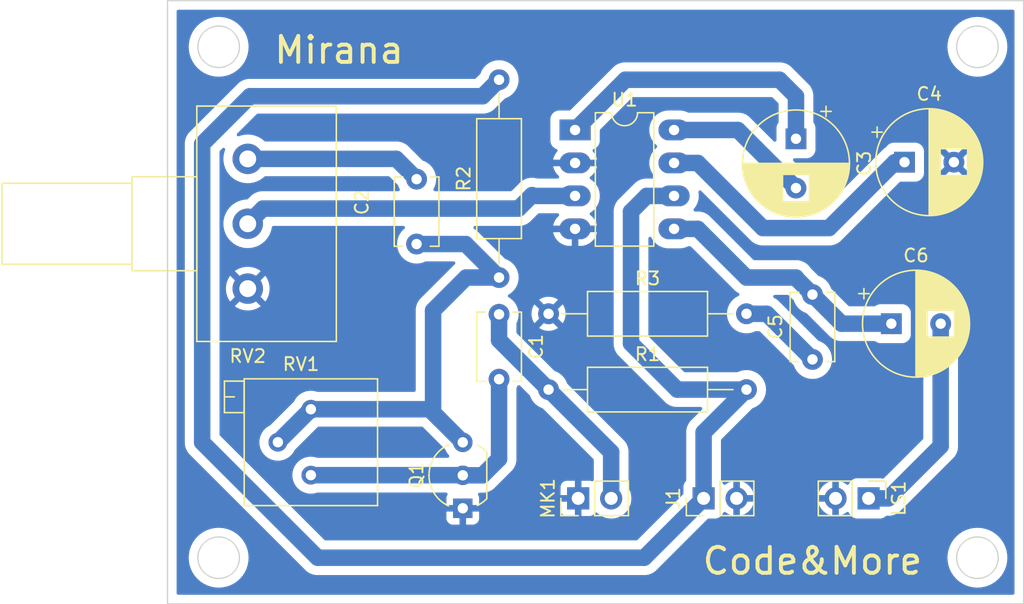
<source format=kicad_pcb>
(kicad_pcb (version 20211014) (generator pcbnew)
  (layers (0 "F.Cu" signal) (31 "B.Cu" signal) (34 "B.Paste" user) (35 "F.Paste" user) (36 "B.SilkS" user "B.Silkscreen") (37 "F.SilkS" user "F.Silkscreen") (38 "B.Mask" user) (39 "F.Mask" user) (44 "Edge.Cuts" user))
  (net 0 "")
  (net 1 "Net-(C1-Pad1)")
  (net 2 "Net-(C1-Pad2)")
  (net 3 "Net-(C2-Pad1)")
  (net 4 "Net-(C2-Pad2)")
  (net 5 "Net-(C3-Pad1)")
  (net 6 "Net-(C3-Pad2)")
  (net 7 "Net-(C4-Pad1)")
  (net 8 "GNDD")
  (net 9 "Net-(C5-Pad1)")
  (net 10 "Net-(C5-Pad2)")
  (net 11 "Net-(C6-Pad2)")
  (net 12 "+12V")
  (net 13 "Net-(RV2-Pad2)")
  (footprint "Connector_PinHeader_2.54mm:PinHeader_1x02_P2.54mm_Vertical" (layer "F.Cu") (at 128.778 74.168 90)
    (fp_text reference "J1" (at 0 -2.33 90) (layer "F.SilkS"))
    (fp_text value "Conn_01x02_Female" hide)
    (pad "1" thru_hole rect (at 0 0 90) (size 1.7 1.7) (drill 1) (layers *.Cu *.Mask) (net 12 "+12V"))
    (pad "2" thru_hole oval (at 0 2.54 90) (size 1.7 1.7) (drill 1) (layers *.Cu *.Mask) (net 8 "GNDD"))
  )
  (footprint "Potentiometer_THT:Potentiometer_Alps_RK163_Single_Horizontal" (layer "F.Cu") (at 93.68 48.006 180)
    (fp_text reference "RV2" (at 0 -15.2) (layer "F.SilkS"))
    (fp_text value "100k")
    (pad "1" thru_hole circle (at 0 0 180) (size 2.34 2.34) (drill 1.3) (layers *.Cu *.Mask) (net 4 "Net-(C2-Pad2)"))
    (pad "2" thru_hole circle (at 0 -5 180) (size 2.34 2.34) (drill 1.3) (layers *.Cu *.Mask) (net 13 "Net-(RV2-Pad2)"))
    (pad "3" thru_hole circle (at 0 -10 180) (size 2.34 2.34) (drill 1.3) (layers *.Cu *.Mask) (net 8 "GNDD"))
  )
  (footprint "Capacitor_THT:C_Disc_D5.1mm_W3.2mm_P5.00mm" (layer "F.Cu") (at 137.16 63.46 90)
    (fp_text reference "C5" (at 2.5 -2.85 90) (layer "F.SilkS"))
    (fp_text value "0.05u")
    (pad "1" thru_hole circle (at 0 0 90) (size 1.6 1.6) (drill 0.8) (layers *.Cu *.Mask) (net 9 "Net-(C5-Pad1)"))
    (pad "2" thru_hole circle (at 5 0 90) (size 1.6 1.6) (drill 0.8) (layers *.Cu *.Mask) (net 10 "Net-(C5-Pad2)"))
  )
  (footprint "Resistor_THT:R_Axial_DIN0309_L9.0mm_D3.2mm_P15.24mm_Horizontal" (layer "F.Cu") (at 116.84 65.786)
    (fp_text reference "R1" (at 7.62 -2.72) (layer "F.SilkS"))
    (fp_text value "10k")
    (pad "1" thru_hole circle (at 0 0) (size 1.6 1.6) (drill 0.8) (layers *.Cu *.Mask) (net 1 "Net-(C1-Pad1)"))
    (pad "2" thru_hole oval (at 15.24 0) (size 1.6 1.6) (drill 0.8) (layers *.Cu *.Mask) (net 12 "+12V"))
  )
  (footprint "Capacitor_THT:C_Disc_D5.1mm_W3.2mm_P5.00mm" (layer "F.Cu") (at 106.68 54.57 90)
    (fp_text reference "C2" (at 3.2112 -4.2164 90) (layer "F.SilkS"))
    (fp_text value "0.1u")
    (pad "1" thru_hole circle (at 0 0 90) (size 1.6 1.6) (drill 0.8) (layers *.Cu *.Mask) (net 3 "Net-(C2-Pad1)"))
    (pad "2" thru_hole circle (at 5 0 90) (size 1.6 1.6) (drill 0.8) (layers *.Cu *.Mask) (net 4 "Net-(C2-Pad2)"))
  )
  (footprint "Package_TO_SOT_THT:TO-92_Inline_Wide" (layer "F.Cu") (at 110.236 74.93 90)
    (fp_text reference "Q1" (at 2.54 -3.56 90) (layer "F.SilkS"))
    (fp_text value "2N3904")
    (pad "1" thru_hole rect (at 0 0 90) (size 1.5 1.5) (drill 0.8) (layers *.Cu *.Mask) (net 8 "GNDD"))
    (pad "2" thru_hole circle (at 2.54 0 90) (size 1.5 1.5) (drill 0.8) (layers *.Cu *.Mask) (net 2 "Net-(C1-Pad2)"))
    (pad "3" thru_hole circle (at 5.08 0 90) (size 1.5 1.5) (drill 0.8) (layers *.Cu *.Mask) (net 3 "Net-(C2-Pad1)"))
  )
  (footprint "Capacitor_THT:CP_Radial_D8.0mm_P3.80mm" (layer "F.Cu") (at 143.231349 60.706)
    (fp_text reference "C6" (at 1.9 -5.25) (layer "F.SilkS"))
    (fp_text value "250u")
    (pad "1" thru_hole rect (at 0 0) (size 1.6 1.6) (drill 0.8) (layers *.Cu *.Mask) (net 10 "Net-(C5-Pad2)"))
    (pad "2" thru_hole circle (at 3.8 0) (size 1.6 1.6) (drill 0.8) (layers *.Cu *.Mask) (net 11 "Net-(C6-Pad2)"))
  )
  (footprint "Connector_PinHeader_2.54mm:PinHeader_1x02_P2.54mm_Vertical" (layer "F.Cu") (at 141.478 74.168 -90)
    (fp_text reference "LS1" (at 0 -2.33 90) (layer "F.SilkS"))
    (fp_text value "Speaker")
    (pad "1" thru_hole rect (at 0 0 270) (size 1.7 1.7) (drill 1) (layers *.Cu *.Mask) (net 11 "Net-(C6-Pad2)"))
    (pad "2" thru_hole oval (at 0 2.54 270) (size 1.7 1.7) (drill 1) (layers *.Cu *.Mask) (net 8 "GNDD"))
  )
  (footprint "Capacitor_THT:CP_Radial_D8.0mm_P3.80mm" (layer "F.Cu") (at 144.247349 48.26)
    (fp_text reference "C4" (at 1.9 -5.25) (layer "F.SilkS"))
    (fp_text value "10u")
    (pad "1" thru_hole rect (at 0 0) (size 1.6 1.6) (drill 0.8) (layers *.Cu *.Mask) (net 7 "Net-(C4-Pad1)"))
    (pad "2" thru_hole circle (at 3.8 0) (size 1.6 1.6) (drill 0.8) (layers *.Cu *.Mask) (net 8 "GNDD"))
  )
  (footprint "Connector_PinHeader_2.54mm:PinHeader_1x02_P2.54mm_Vertical" (layer "F.Cu") (at 119.121 74.168 90)
    (fp_text reference "MK1" (at 0 -2.33 90) (layer "F.SilkS"))
    (fp_text value "Microphone" hide)
    (pad "1" thru_hole rect (at 0 0 90) (size 1.7 1.7) (drill 1) (layers *.Cu *.Mask) (net 8 "GNDD"))
    (pad "2" thru_hole oval (at 0 2.54 90) (size 1.7 1.7) (drill 1) (layers *.Cu *.Mask) (net 1 "Net-(C1-Pad1)"))
  )
  (footprint "Potentiometer_THT:Potentiometer_Bourns_3296P_Horizontal" (layer "F.Cu") (at 98.54 67.3)
    (fp_text reference "RV1" (at -0.76 -3.475) (layer "F.SilkS"))
    (fp_text value "100k")
    (pad "1" thru_hole circle (at 0 0) (size 1.44 1.44) (drill 0.8) (layers *.Cu *.Mask) (net 3 "Net-(C2-Pad1)"))
    (pad "2" thru_hole circle (at -2.54 2.54) (size 1.44 1.44) (drill 0.8) (layers *.Cu *.Mask) (net 3 "Net-(C2-Pad1)"))
    (pad "3" thru_hole circle (at 0 5.08) (size 1.44 1.44) (drill 0.8) (layers *.Cu *.Mask) (net 2 "Net-(C1-Pad2)"))
  )
  (footprint "Resistor_THT:R_Axial_DIN0309_L9.0mm_D3.2mm_P15.24mm_Horizontal" (layer "F.Cu") (at 116.84 59.944)
    (fp_text reference "R3" (at 7.62 -2.72) (layer "F.SilkS"))
    (fp_text value "10")
    (pad "1" thru_hole circle (at 0 0) (size 1.6 1.6) (drill 0.8) (layers *.Cu *.Mask) (net 8 "GNDD"))
    (pad "2" thru_hole oval (at 15.24 0) (size 1.6 1.6) (drill 0.8) (layers *.Cu *.Mask) (net 9 "Net-(C5-Pad1)"))
  )
  (footprint "Capacitor_THT:C_Disc_D5.1mm_W3.2mm_P5.00mm" (layer "F.Cu") (at 113.03 59.984 -90)
    (fp_text reference "C1" (at 2.5 -2.85 90) (layer "F.SilkS"))
    (fp_text value "0.1u")
    (pad "1" thru_hole circle (at 0 0 270) (size 1.6 1.6) (drill 0.8) (layers *.Cu *.Mask) (net 1 "Net-(C1-Pad1)"))
    (pad "2" thru_hole circle (at 5 0 270) (size 1.6 1.6) (drill 0.8) (layers *.Cu *.Mask) (net 2 "Net-(C1-Pad2)"))
  )
  (footprint "Capacitor_THT:CP_Radial_D8.0mm_P3.80mm" (layer "F.Cu") (at 135.89 46.457349 -90)
    (fp_text reference "C3" (at 1.9 -5.25 90) (layer "F.SilkS"))
    (fp_text value "10u")
    (pad "1" thru_hole rect (at 0 0 270) (size 1.6 1.6) (drill 0.8) (layers *.Cu *.Mask) (net 5 "Net-(C3-Pad1)"))
    (pad "2" thru_hole circle (at 3.8 0 270) (size 1.6 1.6) (drill 0.8) (layers *.Cu *.Mask) (net 6 "Net-(C3-Pad2)"))
  )
  (footprint "Package_DIP:DIP-8_W7.62mm_LongPads" (layer "F.Cu") (at 118.882 45.7808)
    (fp_text reference "U1" (at 3.81 -2.33) (layer "F.SilkS"))
    (fp_text value "LM386")
    (pad "1" thru_hole rect (at 0 0) (size 2.4 1.6) (drill 0.8) (layers *.Cu *.Mask) (net 5 "Net-(C3-Pad1)"))
    (pad "2" thru_hole oval (at 0 2.54) (size 2.4 1.6) (drill 0.8) (layers *.Cu *.Mask) (net 8 "GNDD"))
    (pad "3" thru_hole oval (at 0 5.08) (size 2.4 1.6) (drill 0.8) (layers *.Cu *.Mask) (net 13 "Net-(RV2-Pad2)"))
    (pad "4" thru_hole oval (at 0 7.62) (size 2.4 1.6) (drill 0.8) (layers *.Cu *.Mask) (net 8 "GNDD"))
    (pad "5" thru_hole oval (at 7.62 7.62) (size 2.4 1.6) (drill 0.8) (layers *.Cu *.Mask) (net 10 "Net-(C5-Pad2)"))
    (pad "6" thru_hole oval (at 7.62 5.08) (size 2.4 1.6) (drill 0.8) (layers *.Cu *.Mask) (net 12 "+12V"))
    (pad "7" thru_hole oval (at 7.62 2.54) (size 2.4 1.6) (drill 0.8) (layers *.Cu *.Mask) (net 7 "Net-(C4-Pad1)"))
    (pad "8" thru_hole oval (at 7.62 0) (size 2.4 1.6) (drill 0.8) (layers *.Cu *.Mask) (net 6 "Net-(C3-Pad2)"))
  )
  (footprint "Resistor_THT:R_Axial_DIN0309_L9.0mm_D3.2mm_P15.24mm_Horizontal" (layer "F.Cu") (at 113.03 57.15 90)
    (fp_text reference "R2" (at 7.62 -2.72 90) (layer "F.SilkS"))
    (fp_text value "10k")
    (pad "1" thru_hole circle (at 0 0 90) (size 1.6 1.6) (drill 0.8) (layers *.Cu *.Mask) (net 3 "Net-(C2-Pad1)"))
    (pad "2" thru_hole oval (at 15.24 0 90) (size 1.6 1.6) (drill 0.8) (layers *.Cu *.Mask) (net 12 "+12V"))
  )
  (gr_circle (center 149.86 39.37) (end 151.46 39.37) (layer "Edge.Cuts") (width 0.1) (fill none))
  (gr_rect (start 87.503 35.814) (end 153.416 82.296) (layer "Edge.Cuts") (width 0.1) (fill none))
  (gr_circle (center 91.44 78.74) (end 93.04 78.74) (layer "Edge.Cuts") (width 0.1) (fill none))
  (gr_circle (center 91.44 39.37) (end 93.04 39.37) (layer "Edge.Cuts") (width 0.1) (fill none))
  (gr_circle (center 149.86 78.74) (end 151.46 78.74) (layer "Edge.Cuts") (width 0.1) (fill none))
  (gr_text "Code&More" (at 137.16 78.994) (layer "F.SilkS") (effects (font (size 2 2) (thickness 0.3))))
  (gr_text "Mirana" (at 100.711 39.624) (layer "F.SilkS") (effects (font (size 2 2) (thickness 0.3))))
  (segment (start 121.661 70.607) (end 116.84 65.786) (width 1.27) (layer "B.Cu") (net 1))
  (segment (start 121.661 74.168) (end 121.661 70.607) (width 1.27) (layer "B.Cu") (net 1))
  (segment (start 113.03 59.984) (end 113.03 61.976) (width 1.27) (layer "B.Cu") (net 1))
  (segment (start 113.03 61.976) (end 116.84 65.786) (width 1.27) (layer "B.Cu") (net 1))
  (segment (start 111.76 72.39) (end 110.236 72.39) (width 1.27) (layer "B.Cu") (net 2))
  (segment (start 113.03 64.984) (end 113.03 71.12) (width 1.27) (layer "B.Cu") (net 2))
  (segment (start 110.226 72.38) (end 110.236 72.39) (width 1.27) (layer "B.Cu") (net 2))
  (segment (start 98.54 72.38) (end 110.226 72.38) (width 1.27) (layer "B.Cu") (net 2))
  (segment (start 113.03 71.12) (end 111.76 72.39) (width 1.27) (layer "B.Cu") (net 2))
  (segment (start 107.95 67.564) (end 107.95 59.69) (width 1.27) (layer "B.Cu") (net 3))
  (segment (start 110.45 54.57) (end 113.03 57.15) (width 1.27) (layer "B.Cu") (net 3))
  (segment (start 110.49 57.15) (end 113.03 57.15) (width 1.27) (layer "B.Cu") (net 3))
  (segment (start 107.95 59.69) (end 110.49 57.15) (width 1.27) (layer "B.Cu") (net 3))
  (segment (start 108.458 68.072) (end 107.95 67.564) (width 1.27) (layer "B.Cu") (net 3))
  (segment (start 106.68 54.57) (end 110.45 54.57) (width 1.27) (layer "B.Cu") (net 3))
  (segment (start 96 69.84) (end 98.54 67.3) (width 1.27) (layer "B.Cu") (net 3))
  (segment (start 98.54 67.3) (end 107.686 67.3) (width 1.27) (layer "B.Cu") (net 3))
  (segment (start 110.236 69.85) (end 108.458 68.072) (width 1.27) (layer "B.Cu") (net 3))
  (segment (start 107.686 67.3) (end 108.458 68.072) (width 1.27) (layer "B.Cu") (net 3))
  (segment (start 93.68 48.006) (end 105.116 48.006) (width 1.27) (layer "B.Cu") (net 4))
  (segment (start 105.116 48.006) (end 106.68 49.57) (width 1.27) (layer "B.Cu") (net 4))
  (segment (start 122.7528 41.91) (end 118.882 45.7808) (width 1.27) (layer "B.Cu") (net 5))
  (segment (start 135.89 43.18) (end 134.62 41.91) (width 1.27) (layer "B.Cu") (net 5))
  (segment (start 134.62 41.91) (end 122.7528 41.91) (width 1.27) (layer "B.Cu") (net 5))
  (segment (start 135.89 46.457349) (end 135.89 43.18) (width 1.27) (layer "B.Cu") (net 5))
  (segment (start 135.89 50.257349) (end 131.413451 45.7808) (width 1.27) (layer "B.Cu") (net 6))
  (segment (start 131.413451 45.7808) (end 126.502 45.7808) (width 1.27) (layer "B.Cu") (net 6))
  (segment (start 143.51 48.26) (end 138.43 53.34) (width 1.27) (layer "B.Cu") (net 7))
  (segment (start 128.3308 48.3208) (end 126.502 48.3208) (width 1.27) (layer "B.Cu") (net 7))
  (segment (start 133.35 53.34) (end 128.3308 48.3208) (width 1.27) (layer "B.Cu") (net 7))
  (segment (start 138.43 53.34) (end 133.35 53.34) (width 1.27) (layer "B.Cu") (net 7))
  (segment (start 144.247349 48.26) (end 143.51 48.26) (width 1.27) (layer "B.Cu") (net 7))
  (segment (start 132.08 59.944) (end 133.644 59.944) (width 1.27) (layer "B.Cu") (net 9))
  (segment (start 133.644 59.944) (end 137.16 63.46) (width 1.27) (layer "B.Cu") (net 9))
  (segment (start 135.89 57.19) (end 137.16 58.46) (width 1.27) (layer "B.Cu") (net 10))
  (segment (start 128.3308 53.4008) (end 132.08 57.15) (width 1.27) (layer "B.Cu") (net 10))
  (segment (start 132.08 57.15) (end 135.89 57.15) (width 1.27) (layer "B.Cu") (net 10))
  (segment (start 126.502 53.4008) (end 128.3308 53.4008) (width 1.27) (layer "B.Cu") (net 10))
  (segment (start 135.89 57.15) (end 135.89 57.19) (width 1.27) (layer "B.Cu") (net 10))
  (segment (start 143.231349 60.706) (end 139.406 60.706) (width 1.27) (layer "B.Cu") (net 10))
  (segment (start 139.406 60.706) (end 137.16 58.46) (width 1.27) (layer "B.Cu") (net 10))
  (segment (start 147.031349 70.138651) (end 147.031349 60.706) (width 1.27) (layer "B.Cu") (net 11))
  (segment (start 141.478 74.168) (end 143.002 74.168) (width 1.27) (layer "B.Cu") (net 11))
  (segment (start 143.002 74.168) (end 147.031349 70.138651) (width 1.27) (layer "B.Cu") (net 11))
  (segment (start 123.19 62.23) (end 123.19 52.07) (width 1.27) (layer "B.Cu") (net 12))
  (segment (start 126.746 65.786) (end 123.19 62.23) (width 1.27) (layer "B.Cu") (net 12))
  (segment (start 124.3992 50.8608) (end 126.502 50.8608) (width 1.27) (layer "B.Cu") (net 12))
  (segment (start 111.76 43.18) (end 93.853 43.18) (width 1.27) (layer "B.Cu") (net 12))
  (segment (start 113.03 41.91) (end 111.76 43.18) (width 1.27) (layer "B.Cu") (net 12))
  (segment (start 90.17 46.863) (end 90.17 69.85) (width 1.27) (layer "B.Cu") (net 12))
  (segment (start 99.06 78.74) (end 124.206 78.74) (width 1.27) (layer "B.Cu") (net 12))
  (segment (start 132.08 65.786) (end 126.746 65.786) (width 1.27) (layer "B.Cu") (net 12))
  (segment (start 128.778 69.088) (end 132.08 65.786) (width 1.27) (layer "B.Cu") (net 12))
  (segment (start 124.206 78.74) (end 128.778 74.168) (width 1.27) (layer "B.Cu") (net 12))
  (segment (start 90.17 69.85) (end 99.06 78.74) (width 1.27) (layer "B.Cu") (net 12))
  (segment (start 93.853 43.18) (end 90.17 46.863) (width 1.27) (layer "B.Cu") (net 12))
  (segment (start 123.19 52.07) (end 124.3992 50.8608) (width 1.27) (layer "B.Cu") (net 12))
  (segment (start 128.778 74.168) (end 128.778 69.088) (width 1.27) (layer "B.Cu") (net 12))
  (segment (start 114.533999 51.836001) (end 115.57 50.8) (width 1.27) (layer "B.Cu") (net 13))
  (segment (start 94.849999 51.836001) (end 114.533999 51.836001) (width 1.27) (layer "B.Cu") (net 13))
  (segment (start 115.6308 50.8608) (end 118.882 50.8608) (width 1.27) (layer "B.Cu") (net 13))
  (segment (start 115.57 50.8) (end 115.6308 50.8608) (width 1.27) (layer "B.Cu") (net 13))
  (segment (start 93.68 53.006) (end 94.849999 51.836001) (width 1.27) (layer "B.Cu") (net 13))
  (zone (net 8) (net_name "GNDD") (layer "B.Cu") (connect_pads (clearance 0.7)) (min_thickness 0.254) (fill yes (thermal_gap 0.508) (thermal_bridge_width 0.508))
    (polygon (pts (xy 153.416 82.296) (xy 87.503 82.296) (xy 87.503 35.814) (xy 153.416 35.814)))
  )
)
</source>
